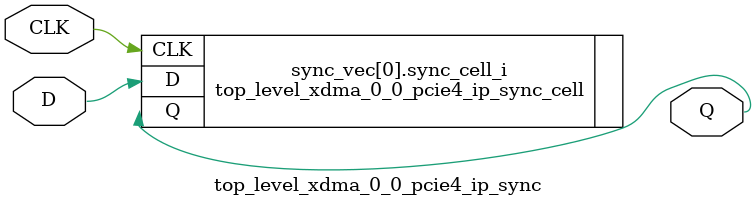
<source format=v>

`timescale 1ps / 1ps

(* DowngradeIPIdentifiedWarnings = "yes" *)
module top_level_xdma_0_0_pcie4_ip_sync #
(
    parameter integer WIDTH = 1, 
    parameter integer STAGE = 3
)
(
    //-------------------------------------------------------------------------- 
    //  Input Ports
    //-------------------------------------------------------------------------- 
    input                               CLK,
    input       [WIDTH-1:0]             D,
    
    //-------------------------------------------------------------------------- 
    //  Output Ports
    //-------------------------------------------------------------------------- 
    output      [WIDTH-1:0]             Q
);                                                        



//--------------------------------------------------------------------------------------------------
//  Generate Synchronizer - Begin
//--------------------------------------------------------------------------------------------------
genvar i;

generate for (i=0; i<WIDTH; i=i+1) 

    begin : sync_vec

    //----------------------------------------------------------------------
    //  Synchronizer
    //----------------------------------------------------------------------
    top_level_xdma_0_0_pcie4_ip_sync_cell #
    (
        .STAGE                          (STAGE)
    )    
    sync_cell_i
    (
        //------------------------------------------------------------------
        //  Input Ports
        //------------------------------------------------------------------
        .CLK                            (CLK),
        .D                              (D[i]),

        //------------------------------------------------------------------
        //  Output Ports
        //------------------------------------------------------------------
        .Q                              (Q[i])
    );
 
    end   
      
endgenerate 
//--------------------------------------------------------------------------------------------------
//  Generate - End
//--------------------------------------------------------------------------------------------------



endmodule

</source>
